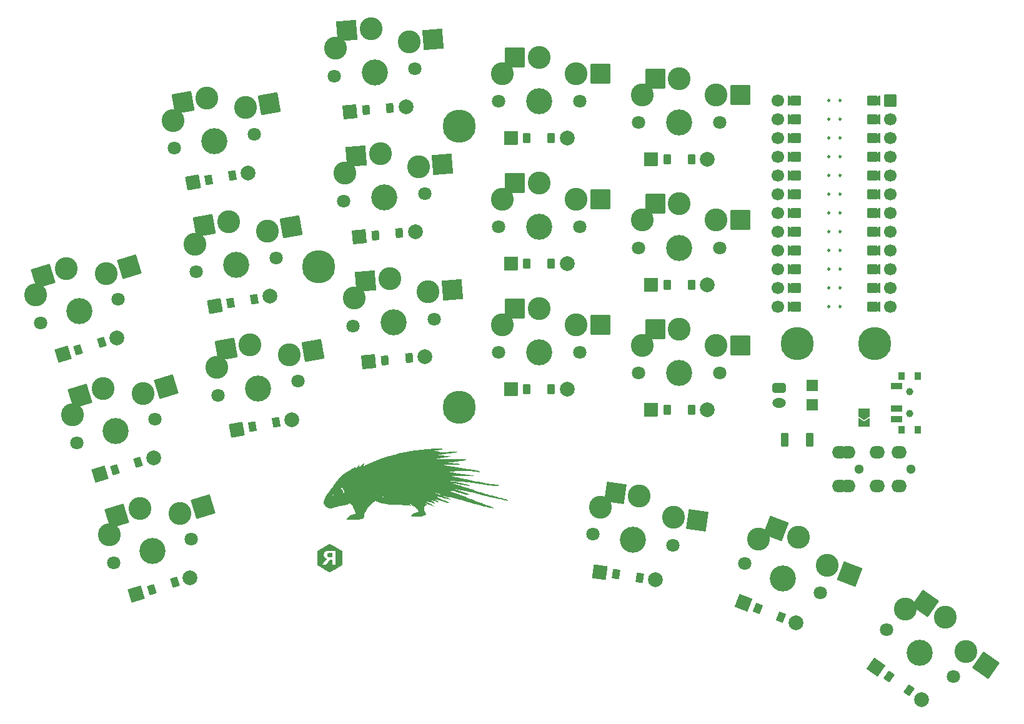
<source format=gbr>
%TF.GenerationSoftware,KiCad,Pcbnew,7.0.5*%
%TF.CreationDate,2024-04-29T22:33:29+02:00*%
%TF.ProjectId,porcupine,706f7263-7570-4696-9e65-2e6b69636164,v0.0.1*%
%TF.SameCoordinates,Original*%
%TF.FileFunction,Soldermask,Bot*%
%TF.FilePolarity,Negative*%
%FSLAX46Y46*%
G04 Gerber Fmt 4.6, Leading zero omitted, Abs format (unit mm)*
G04 Created by KiCad (PCBNEW 7.0.5) date 2024-04-29 22:33:29*
%MOMM*%
%LPD*%
G01*
G04 APERTURE LIST*
G04 Aperture macros list*
%AMRoundRect*
0 Rectangle with rounded corners*
0 $1 Rounding radius*
0 $2 $3 $4 $5 $6 $7 $8 $9 X,Y pos of 4 corners*
0 Add a 4 corners polygon primitive as box body*
4,1,4,$2,$3,$4,$5,$6,$7,$8,$9,$2,$3,0*
0 Add four circle primitives for the rounded corners*
1,1,$1+$1,$2,$3*
1,1,$1+$1,$4,$5*
1,1,$1+$1,$6,$7*
1,1,$1+$1,$8,$9*
0 Add four rect primitives between the rounded corners*
20,1,$1+$1,$2,$3,$4,$5,0*
20,1,$1+$1,$4,$5,$6,$7,0*
20,1,$1+$1,$6,$7,$8,$9,0*
20,1,$1+$1,$8,$9,$2,$3,0*%
%AMFreePoly0*
4,1,16,0.635355,1.035355,0.650000,1.000000,0.650000,-0.250000,0.635355,-0.285355,0.600000,-0.300000,-0.600000,-0.300000,-0.635355,-0.285355,-0.650000,-0.250000,-0.650000,1.000000,-0.635355,1.035355,-0.600000,1.050000,-0.564645,1.035355,0.000000,0.470710,0.564645,1.035355,0.600000,1.050000,0.635355,1.035355,0.635355,1.035355,$1*%
%AMFreePoly1*
4,1,14,0.635355,0.435355,0.650000,0.400000,0.650000,0.200000,0.635355,0.164645,0.035355,-0.435355,0.000000,-0.450000,-0.035355,-0.435355,-0.635355,0.164645,-0.650000,0.200000,-0.650000,0.400000,-0.635355,0.435355,-0.600000,0.450000,0.600000,0.450000,0.635355,0.435355,0.635355,0.435355,$1*%
%AMFreePoly2*
4,1,16,0.535355,0.785355,0.541603,0.777735,1.041603,0.027735,1.049029,-0.009806,1.041603,-0.027735,0.541603,-0.777735,0.509806,-0.799029,0.500000,-0.800000,-0.500000,-0.800000,-0.535355,-0.785355,-0.550000,-0.750000,-0.550000,0.750000,-0.535355,0.785355,-0.500000,0.800000,0.500000,0.800000,0.535355,0.785355,0.535355,0.785355,$1*%
%AMFreePoly3*
4,1,16,0.535355,0.785355,0.550000,0.750000,0.550000,-0.750000,0.535355,-0.785355,0.500000,-0.800000,-0.650000,-0.800000,-0.685355,-0.785355,-0.700000,-0.750000,-0.691603,-0.722265,-0.210093,0.000000,-0.691603,0.722265,-0.699029,0.759806,-0.677735,0.791603,-0.650000,0.800000,0.500000,0.800000,0.535355,0.785355,0.535355,0.785355,$1*%
G04 Aperture macros list end*
%ADD10C,0.250000*%
%ADD11C,0.100000*%
%ADD12C,0.020000*%
%ADD13C,3.529000*%
%ADD14C,1.801800*%
%ADD15C,3.100000*%
%ADD16RoundRect,0.050000X-0.863113X-1.623279X1.623279X-0.863113X0.863113X1.623279X-1.623279X0.863113X0*%
%ADD17RoundRect,0.050000X-1.054507X-1.505993X1.505993X-1.054507X1.054507X1.505993X-1.505993X1.054507X0*%
%ADD18RoundRect,0.050000X-1.181751X-1.408356X1.408356X-1.181751X1.181751X1.408356X-1.408356X1.181751X0*%
%ADD19RoundRect,0.050000X-1.300000X-1.300000X1.300000X-1.300000X1.300000X1.300000X-1.300000X1.300000X0*%
%ADD20RoundRect,0.050000X-1.468274X-1.106423X1.106423X-1.468274X1.468274X1.106423X-1.106423X1.468274X0*%
%ADD21RoundRect,0.050000X-1.679533X-0.747776X0.747776X-1.679533X1.679533X0.747776X-0.747776X1.679533X0*%
%ADD22RoundRect,0.050000X-1.810547X-0.319248X0.319248X-1.810547X1.810547X0.319248X-0.319248X1.810547X0*%
%ADD23RoundRect,0.050000X-0.254914X-0.705350X0.605760X-0.442216X0.254914X0.705350X-0.605760X0.442216X0*%
%ADD24C,2.005000*%
%ADD25RoundRect,0.050000X-0.590236X-1.110073X1.110073X-0.590236X0.590236X1.110073X-1.110073X0.590236X0*%
%ADD26RoundRect,0.050000X-0.338975X-0.669026X0.547352X-0.512743X0.338975X0.669026X-0.547352X0.512743X0*%
%ADD27RoundRect,0.050000X-0.721121X-1.029867X1.029867X-0.721121X0.721121X1.029867X-1.029867X0.721121X0*%
%ADD28RoundRect,0.050000X-0.395994X-0.636937X0.500581X-0.558497X0.395994X0.636937X-0.500581X0.558497X0*%
%ADD29RoundRect,0.050000X-0.808136X-0.963099X0.963099X-0.808136X0.808136X0.963099X-0.963099X0.808136X0*%
%ADD30RoundRect,0.050000X-0.450000X-0.600000X0.450000X-0.600000X0.450000X0.600000X-0.450000X0.600000X0*%
%ADD31RoundRect,0.050000X-0.889000X-0.889000X0.889000X-0.889000X0.889000X0.889000X-0.889000X0.889000X0*%
%ADD32RoundRect,0.050000X-0.529124X-0.531533X0.362117X-0.656789X0.529124X0.531533X-0.362117X0.656789X0*%
%ADD33RoundRect,0.050000X-1.004073X-0.756623X0.756623X-1.004073X1.004073X0.756623X-0.756623X1.004073X0*%
%ADD34RoundRect,0.050000X-0.635132X-0.398883X0.205090X-0.721414X0.635132X0.398883X-0.205090X0.721414X0*%
%ADD35RoundRect,0.050000X-1.148542X-0.511364X0.511364X-1.148542X1.148542X0.511364X-0.511364X1.148542X0*%
%ADD36RoundRect,0.050000X-0.712764X-0.233382X0.024473X-0.749601X0.712764X0.233382X-0.024473X0.749601X0*%
%ADD37RoundRect,0.050000X-1.238136X-0.218317X0.218317X-1.238136X1.238136X0.218317X-0.218317X1.238136X0*%
%ADD38C,1.700000*%
%ADD39RoundRect,0.050000X-0.800000X0.800000X-0.800000X-0.800000X0.800000X-0.800000X0.800000X0.800000X0*%
%ADD40FreePoly0,90.000000*%
%ADD41FreePoly1,90.000000*%
%ADD42FreePoly1,270.000000*%
%ADD43FreePoly0,270.000000*%
%ADD44RoundRect,0.300000X-0.625000X-0.350000X0.625000X-0.350000X0.625000X0.350000X-0.625000X0.350000X0*%
%ADD45O,1.850000X1.300000*%
%ADD46RoundRect,0.050000X-0.750000X-0.750000X0.750000X-0.750000X0.750000X0.750000X-0.750000X0.750000X0*%
%ADD47C,1.300000*%
%ADD48O,2.100000X1.700000*%
%ADD49FreePoly2,270.000000*%
%ADD50FreePoly3,270.000000*%
%ADD51C,1.000000*%
%ADD52RoundRect,0.050000X0.750000X-0.350000X0.750000X0.350000X-0.750000X0.350000X-0.750000X-0.350000X0*%
%ADD53RoundRect,0.050000X0.400000X-0.500000X0.400000X0.500000X-0.400000X0.500000X-0.400000X-0.500000X0*%
%ADD54RoundRect,0.050000X-0.450000X-0.850000X0.450000X-0.850000X0.450000X0.850000X-0.450000X0.850000X0*%
%ADD55C,4.500000*%
G04 APERTURE END LIST*
D10*
%TO.C,MCU1*%
X266774087Y-117653517D02*
G75*
G03*
X266774087Y-117653517I-125000J0D01*
G01*
X268298087Y-117653517D02*
G75*
G03*
X268298087Y-117653517I-125000J0D01*
G01*
X266774087Y-115113517D02*
G75*
G03*
X266774087Y-115113517I-125000J0D01*
G01*
X268298087Y-115113517D02*
G75*
G03*
X268298087Y-115113517I-125000J0D01*
G01*
X266774087Y-112573517D02*
G75*
G03*
X266774087Y-112573517I-125000J0D01*
G01*
X268298087Y-112573517D02*
G75*
G03*
X268298087Y-112573517I-125000J0D01*
G01*
X266774087Y-110033517D02*
G75*
G03*
X266774087Y-110033517I-125000J0D01*
G01*
X268298087Y-110033517D02*
G75*
G03*
X268298087Y-110033517I-125000J0D01*
G01*
X266774087Y-107493517D02*
G75*
G03*
X266774087Y-107493517I-125000J0D01*
G01*
X268298087Y-107493517D02*
G75*
G03*
X268298087Y-107493517I-125000J0D01*
G01*
X266774087Y-104953517D02*
G75*
G03*
X266774087Y-104953517I-125000J0D01*
G01*
X268298087Y-104953517D02*
G75*
G03*
X268298087Y-104953517I-125000J0D01*
G01*
X266774087Y-102413517D02*
G75*
G03*
X266774087Y-102413517I-125000J0D01*
G01*
X268298087Y-102413517D02*
G75*
G03*
X268298087Y-102413517I-125000J0D01*
G01*
X266774087Y-99873517D02*
G75*
G03*
X266774087Y-99873517I-125000J0D01*
G01*
X268298087Y-99873517D02*
G75*
G03*
X268298087Y-99873517I-125000J0D01*
G01*
X266774087Y-97333517D02*
G75*
G03*
X266774087Y-97333517I-125000J0D01*
G01*
X268298087Y-97333517D02*
G75*
G03*
X268298087Y-97333517I-125000J0D01*
G01*
X266774087Y-94793517D02*
G75*
G03*
X266774087Y-94793517I-125000J0D01*
G01*
X268298087Y-94793517D02*
G75*
G03*
X268298087Y-94793517I-125000J0D01*
G01*
X268298087Y-92253517D02*
G75*
G03*
X268298087Y-92253517I-125000J0D01*
G01*
X266774087Y-92253517D02*
G75*
G03*
X266774087Y-92253517I-125000J0D01*
G01*
X266774087Y-89713517D02*
G75*
G03*
X266774087Y-89713517I-125000J0D01*
G01*
X268298087Y-89713517D02*
G75*
G03*
X268298087Y-89713517I-125000J0D01*
G01*
D11*
X273507087Y-118161517D02*
X272491087Y-118161517D01*
X272491087Y-117145517D01*
X273507087Y-117145517D01*
X273507087Y-118161517D01*
G36*
X273507087Y-118161517D02*
G01*
X272491087Y-118161517D01*
X272491087Y-117145517D01*
X273507087Y-117145517D01*
X273507087Y-118161517D01*
G37*
X273507087Y-115621517D02*
X272491087Y-115621517D01*
X272491087Y-114605517D01*
X273507087Y-114605517D01*
X273507087Y-115621517D01*
G36*
X273507087Y-115621517D02*
G01*
X272491087Y-115621517D01*
X272491087Y-114605517D01*
X273507087Y-114605517D01*
X273507087Y-115621517D01*
G37*
X273507087Y-113081517D02*
X272491087Y-113081517D01*
X272491087Y-112065517D01*
X273507087Y-112065517D01*
X273507087Y-113081517D01*
G36*
X273507087Y-113081517D02*
G01*
X272491087Y-113081517D01*
X272491087Y-112065517D01*
X273507087Y-112065517D01*
X273507087Y-113081517D01*
G37*
X273507087Y-110541517D02*
X272491087Y-110541517D01*
X272491087Y-109525517D01*
X273507087Y-109525517D01*
X273507087Y-110541517D01*
G36*
X273507087Y-110541517D02*
G01*
X272491087Y-110541517D01*
X272491087Y-109525517D01*
X273507087Y-109525517D01*
X273507087Y-110541517D01*
G37*
X273507087Y-108001517D02*
X272491087Y-108001517D01*
X272491087Y-106985517D01*
X273507087Y-106985517D01*
X273507087Y-108001517D01*
G36*
X273507087Y-108001517D02*
G01*
X272491087Y-108001517D01*
X272491087Y-106985517D01*
X273507087Y-106985517D01*
X273507087Y-108001517D01*
G37*
X273507087Y-105461517D02*
X272491087Y-105461517D01*
X272491087Y-104445517D01*
X273507087Y-104445517D01*
X273507087Y-105461517D01*
G36*
X273507087Y-105461517D02*
G01*
X272491087Y-105461517D01*
X272491087Y-104445517D01*
X273507087Y-104445517D01*
X273507087Y-105461517D01*
G37*
X273507087Y-102921517D02*
X272491087Y-102921517D01*
X272491087Y-101905517D01*
X273507087Y-101905517D01*
X273507087Y-102921517D01*
G36*
X273507087Y-102921517D02*
G01*
X272491087Y-102921517D01*
X272491087Y-101905517D01*
X273507087Y-101905517D01*
X273507087Y-102921517D01*
G37*
X273507087Y-100381517D02*
X272491087Y-100381517D01*
X272491087Y-99365517D01*
X273507087Y-99365517D01*
X273507087Y-100381517D01*
G36*
X273507087Y-100381517D02*
G01*
X272491087Y-100381517D01*
X272491087Y-99365517D01*
X273507087Y-99365517D01*
X273507087Y-100381517D01*
G37*
X273507087Y-97841517D02*
X272491087Y-97841517D01*
X272491087Y-96825517D01*
X273507087Y-96825517D01*
X273507087Y-97841517D01*
G36*
X273507087Y-97841517D02*
G01*
X272491087Y-97841517D01*
X272491087Y-96825517D01*
X273507087Y-96825517D01*
X273507087Y-97841517D01*
G37*
X273507087Y-95301517D02*
X272491087Y-95301517D01*
X272491087Y-94285517D01*
X273507087Y-94285517D01*
X273507087Y-95301517D01*
G36*
X273507087Y-95301517D02*
G01*
X272491087Y-95301517D01*
X272491087Y-94285517D01*
X273507087Y-94285517D01*
X273507087Y-95301517D01*
G37*
X273507087Y-92761517D02*
X272491087Y-92761517D01*
X272491087Y-91745517D01*
X273507087Y-91745517D01*
X273507087Y-92761517D01*
G36*
X273507087Y-92761517D02*
G01*
X272491087Y-92761517D01*
X272491087Y-91745517D01*
X273507087Y-91745517D01*
X273507087Y-92761517D01*
G37*
X273507087Y-90221517D02*
X272491087Y-90221517D01*
X272491087Y-89205517D01*
X273507087Y-89205517D01*
X273507087Y-90221517D01*
G36*
X273507087Y-90221517D02*
G01*
X272491087Y-90221517D01*
X272491087Y-89205517D01*
X273507087Y-89205517D01*
X273507087Y-90221517D01*
G37*
X262331087Y-118161517D02*
X261315087Y-118161517D01*
X261315087Y-117145517D01*
X262331087Y-117145517D01*
X262331087Y-118161517D01*
G36*
X262331087Y-118161517D02*
G01*
X261315087Y-118161517D01*
X261315087Y-117145517D01*
X262331087Y-117145517D01*
X262331087Y-118161517D01*
G37*
X262331087Y-115621517D02*
X261315087Y-115621517D01*
X261315087Y-114605517D01*
X262331087Y-114605517D01*
X262331087Y-115621517D01*
G36*
X262331087Y-115621517D02*
G01*
X261315087Y-115621517D01*
X261315087Y-114605517D01*
X262331087Y-114605517D01*
X262331087Y-115621517D01*
G37*
X262331087Y-113081517D02*
X261315087Y-113081517D01*
X261315087Y-112065517D01*
X262331087Y-112065517D01*
X262331087Y-113081517D01*
G36*
X262331087Y-113081517D02*
G01*
X261315087Y-113081517D01*
X261315087Y-112065517D01*
X262331087Y-112065517D01*
X262331087Y-113081517D01*
G37*
X262331087Y-110541517D02*
X261315087Y-110541517D01*
X261315087Y-109525517D01*
X262331087Y-109525517D01*
X262331087Y-110541517D01*
G36*
X262331087Y-110541517D02*
G01*
X261315087Y-110541517D01*
X261315087Y-109525517D01*
X262331087Y-109525517D01*
X262331087Y-110541517D01*
G37*
X262331087Y-108001517D02*
X261315087Y-108001517D01*
X261315087Y-106985517D01*
X262331087Y-106985517D01*
X262331087Y-108001517D01*
G36*
X262331087Y-108001517D02*
G01*
X261315087Y-108001517D01*
X261315087Y-106985517D01*
X262331087Y-106985517D01*
X262331087Y-108001517D01*
G37*
X262331087Y-105461517D02*
X261315087Y-105461517D01*
X261315087Y-104445517D01*
X262331087Y-104445517D01*
X262331087Y-105461517D01*
G36*
X262331087Y-105461517D02*
G01*
X261315087Y-105461517D01*
X261315087Y-104445517D01*
X262331087Y-104445517D01*
X262331087Y-105461517D01*
G37*
X262331087Y-102921517D02*
X261315087Y-102921517D01*
X261315087Y-101905517D01*
X262331087Y-101905517D01*
X262331087Y-102921517D01*
G36*
X262331087Y-102921517D02*
G01*
X261315087Y-102921517D01*
X261315087Y-101905517D01*
X262331087Y-101905517D01*
X262331087Y-102921517D01*
G37*
X262331087Y-100381517D02*
X261315087Y-100381517D01*
X261315087Y-99365517D01*
X262331087Y-99365517D01*
X262331087Y-100381517D01*
G36*
X262331087Y-100381517D02*
G01*
X261315087Y-100381517D01*
X261315087Y-99365517D01*
X262331087Y-99365517D01*
X262331087Y-100381517D01*
G37*
X262331087Y-97841517D02*
X261315087Y-97841517D01*
X261315087Y-96825517D01*
X262331087Y-96825517D01*
X262331087Y-97841517D01*
G36*
X262331087Y-97841517D02*
G01*
X261315087Y-97841517D01*
X261315087Y-96825517D01*
X262331087Y-96825517D01*
X262331087Y-97841517D01*
G37*
X262331087Y-95301517D02*
X261315087Y-95301517D01*
X261315087Y-94285517D01*
X262331087Y-94285517D01*
X262331087Y-95301517D01*
G36*
X262331087Y-95301517D02*
G01*
X261315087Y-95301517D01*
X261315087Y-94285517D01*
X262331087Y-94285517D01*
X262331087Y-95301517D01*
G37*
X262331087Y-92761517D02*
X261315087Y-92761517D01*
X261315087Y-91745517D01*
X262331087Y-91745517D01*
X262331087Y-92761517D01*
G36*
X262331087Y-92761517D02*
G01*
X261315087Y-92761517D01*
X261315087Y-91745517D01*
X262331087Y-91745517D01*
X262331087Y-92761517D01*
G37*
X262331087Y-90221517D02*
X261315087Y-90221517D01*
X261315087Y-89205517D01*
X262331087Y-89205517D01*
X262331087Y-90221517D01*
G36*
X262331087Y-90221517D02*
G01*
X261315087Y-90221517D01*
X261315087Y-89205517D01*
X262331087Y-89205517D01*
X262331087Y-90221517D01*
G37*
%TO.C,Side_B*%
D12*
X199825227Y-150291289D02*
X200646329Y-150765445D01*
X200648920Y-151716148D01*
X200651512Y-152666851D01*
X199836988Y-153137129D01*
X199718545Y-153205447D01*
X199604933Y-153270847D01*
X199497407Y-153332614D01*
X199397223Y-153390033D01*
X199305636Y-153442389D01*
X199223901Y-153488967D01*
X199153274Y-153529050D01*
X199095011Y-153561925D01*
X199050367Y-153586876D01*
X199020596Y-153603188D01*
X199006956Y-153610145D01*
X199006357Y-153610342D01*
X198995405Y-153605778D01*
X198968152Y-153591689D01*
X198925851Y-153568784D01*
X198869755Y-153537770D01*
X198801119Y-153499356D01*
X198721195Y-153454249D01*
X198631239Y-153403157D01*
X198532502Y-153346789D01*
X198426241Y-153285852D01*
X198313707Y-153221054D01*
X198196154Y-153153104D01*
X198177449Y-153142267D01*
X197364649Y-152671258D01*
X197364607Y-152654032D01*
X197898049Y-152654032D01*
X197907796Y-152655446D01*
X197935390Y-152656708D01*
X197978358Y-152657773D01*
X198034226Y-152658600D01*
X198100522Y-152659146D01*
X198174772Y-152659367D01*
X198205389Y-152659356D01*
X198512729Y-152658962D01*
X198777607Y-152301216D01*
X199042486Y-151943471D01*
X199166227Y-151940618D01*
X199289969Y-151937765D01*
X199289969Y-152659751D01*
X199787809Y-152659751D01*
X199787809Y-150687476D01*
X199221389Y-150691114D01*
X199099427Y-150691922D01*
X198995981Y-150692701D01*
X198909244Y-150693524D01*
X198837412Y-150694463D01*
X198778679Y-150695592D01*
X198731241Y-150696983D01*
X198693292Y-150698708D01*
X198663027Y-150700841D01*
X198638642Y-150703453D01*
X198618330Y-150706619D01*
X198600288Y-150710409D01*
X198582710Y-150714898D01*
X198574470Y-150717165D01*
X198466519Y-150756239D01*
X198372502Y-150809287D01*
X198293106Y-150875848D01*
X198237452Y-150942960D01*
X198200356Y-151006499D01*
X198175804Y-151074441D01*
X198162492Y-151151599D01*
X198159042Y-151232271D01*
X198165710Y-151338521D01*
X198185803Y-151433142D01*
X198220262Y-151520537D01*
X198220901Y-151521831D01*
X198248798Y-151566253D01*
X198289739Y-151616285D01*
X198339167Y-151667384D01*
X198392524Y-151715005D01*
X198445255Y-151754606D01*
X198469549Y-151769744D01*
X198501996Y-151789455D01*
X198526155Y-151806307D01*
X198537707Y-151817231D01*
X198538129Y-151818528D01*
X198532054Y-151828162D01*
X198514613Y-151852242D01*
X198486981Y-151889230D01*
X198450333Y-151937582D01*
X198405845Y-151995759D01*
X198354691Y-152062220D01*
X198298046Y-152135423D01*
X198237087Y-152213828D01*
X198218089Y-152238190D01*
X198156100Y-152317736D01*
X198098067Y-152392415D01*
X198045163Y-152460703D01*
X197998561Y-152521076D01*
X197959434Y-152572010D01*
X197928954Y-152611982D01*
X197908295Y-152639467D01*
X197898629Y-152652942D01*
X197898049Y-152654032D01*
X197364607Y-152654032D01*
X197362307Y-151718084D01*
X197359966Y-150764911D01*
X197985971Y-150404231D01*
X198095787Y-150340955D01*
X198205280Y-150277860D01*
X198312404Y-150216123D01*
X198415115Y-150156923D01*
X198511366Y-150101441D01*
X198599112Y-150050854D01*
X198676309Y-150006343D01*
X198740910Y-149969085D01*
X198790871Y-149940259D01*
X198808051Y-149930342D01*
X199004126Y-149817134D01*
X199825227Y-150291289D01*
G36*
X199825227Y-150291289D02*
G01*
X200646329Y-150765445D01*
X200648920Y-151716148D01*
X200651512Y-152666851D01*
X199836988Y-153137129D01*
X199718545Y-153205447D01*
X199604933Y-153270847D01*
X199497407Y-153332614D01*
X199397223Y-153390033D01*
X199305636Y-153442389D01*
X199223901Y-153488967D01*
X199153274Y-153529050D01*
X199095011Y-153561925D01*
X199050367Y-153586876D01*
X199020596Y-153603188D01*
X199006956Y-153610145D01*
X199006357Y-153610342D01*
X198995405Y-153605778D01*
X198968152Y-153591689D01*
X198925851Y-153568784D01*
X198869755Y-153537770D01*
X198801119Y-153499356D01*
X198721195Y-153454249D01*
X198631239Y-153403157D01*
X198532502Y-153346789D01*
X198426241Y-153285852D01*
X198313707Y-153221054D01*
X198196154Y-153153104D01*
X198177449Y-153142267D01*
X197364649Y-152671258D01*
X197364607Y-152654032D01*
X197898049Y-152654032D01*
X197907796Y-152655446D01*
X197935390Y-152656708D01*
X197978358Y-152657773D01*
X198034226Y-152658600D01*
X198100522Y-152659146D01*
X198174772Y-152659367D01*
X198205389Y-152659356D01*
X198512729Y-152658962D01*
X198777607Y-152301216D01*
X199042486Y-151943471D01*
X199166227Y-151940618D01*
X199289969Y-151937765D01*
X199289969Y-152659751D01*
X199787809Y-152659751D01*
X199787809Y-150687476D01*
X199221389Y-150691114D01*
X199099427Y-150691922D01*
X198995981Y-150692701D01*
X198909244Y-150693524D01*
X198837412Y-150694463D01*
X198778679Y-150695592D01*
X198731241Y-150696983D01*
X198693292Y-150698708D01*
X198663027Y-150700841D01*
X198638642Y-150703453D01*
X198618330Y-150706619D01*
X198600288Y-150710409D01*
X198582710Y-150714898D01*
X198574470Y-150717165D01*
X198466519Y-150756239D01*
X198372502Y-150809287D01*
X198293106Y-150875848D01*
X198237452Y-150942960D01*
X198200356Y-151006499D01*
X198175804Y-151074441D01*
X198162492Y-151151599D01*
X198159042Y-151232271D01*
X198165710Y-151338521D01*
X198185803Y-151433142D01*
X198220262Y-151520537D01*
X198220901Y-151521831D01*
X198248798Y-151566253D01*
X198289739Y-151616285D01*
X198339167Y-151667384D01*
X198392524Y-151715005D01*
X198445255Y-151754606D01*
X198469549Y-151769744D01*
X198501996Y-151789455D01*
X198526155Y-151806307D01*
X198537707Y-151817231D01*
X198538129Y-151818528D01*
X198532054Y-151828162D01*
X198514613Y-151852242D01*
X198486981Y-151889230D01*
X198450333Y-151937582D01*
X198405845Y-151995759D01*
X198354691Y-152062220D01*
X198298046Y-152135423D01*
X198237087Y-152213828D01*
X198218089Y-152238190D01*
X198156100Y-152317736D01*
X198098067Y-152392415D01*
X198045163Y-152460703D01*
X197998561Y-152521076D01*
X197959434Y-152572010D01*
X197928954Y-152611982D01*
X197908295Y-152639467D01*
X197898629Y-152652942D01*
X197898049Y-152654032D01*
X197364607Y-152654032D01*
X197362307Y-151718084D01*
X197359966Y-150764911D01*
X197985971Y-150404231D01*
X198095787Y-150340955D01*
X198205280Y-150277860D01*
X198312404Y-150216123D01*
X198415115Y-150156923D01*
X198511366Y-150101441D01*
X198599112Y-150050854D01*
X198676309Y-150006343D01*
X198740910Y-149969085D01*
X198790871Y-149940259D01*
X198808051Y-149930342D01*
X199004126Y-149817134D01*
X199825227Y-150291289D01*
G37*
X199147729Y-151046464D02*
X199284889Y-151049391D01*
X199284889Y-151577711D01*
X199147729Y-151579098D01*
X199090306Y-151578997D01*
X199033998Y-151577708D01*
X198985100Y-151575447D01*
X198949907Y-151572430D01*
X198948623Y-151572264D01*
X198866859Y-151554154D01*
X198800070Y-151523112D01*
X198746949Y-151478361D01*
X198713660Y-151432586D01*
X198699395Y-151405783D01*
X198690918Y-151380884D01*
X198686779Y-151350970D01*
X198685525Y-151309122D01*
X198685493Y-151298311D01*
X198686403Y-151252135D01*
X198690067Y-151219416D01*
X198697804Y-151193340D01*
X198710849Y-151167244D01*
X198738843Y-151129519D01*
X198776585Y-151099439D01*
X198825794Y-151076528D01*
X198888189Y-151060310D01*
X198965492Y-151050311D01*
X199059421Y-151046054D01*
X199147729Y-151046464D01*
G36*
X199147729Y-151046464D02*
G01*
X199284889Y-151049391D01*
X199284889Y-151577711D01*
X199147729Y-151579098D01*
X199090306Y-151578997D01*
X199033998Y-151577708D01*
X198985100Y-151575447D01*
X198949907Y-151572430D01*
X198948623Y-151572264D01*
X198866859Y-151554154D01*
X198800070Y-151523112D01*
X198746949Y-151478361D01*
X198713660Y-151432586D01*
X198699395Y-151405783D01*
X198690918Y-151380884D01*
X198686779Y-151350970D01*
X198685525Y-151309122D01*
X198685493Y-151298311D01*
X198686403Y-151252135D01*
X198690067Y-151219416D01*
X198697804Y-151193340D01*
X198710849Y-151167244D01*
X198738843Y-151129519D01*
X198776585Y-151099439D01*
X198825794Y-151076528D01*
X198888189Y-151060310D01*
X198965492Y-151050311D01*
X199059421Y-151046054D01*
X199147729Y-151046464D01*
G37*
%TO.C,LOGO_B*%
G36*
X213992597Y-136880251D02*
G01*
X214001615Y-136880588D01*
X214145604Y-136889691D01*
X214231472Y-136904355D01*
X214273644Y-136928297D01*
X214285103Y-136953632D01*
X214275408Y-136993224D01*
X214225066Y-137027334D01*
X214126809Y-137057993D01*
X213973368Y-137087231D01*
X213757474Y-137117081D01*
X213657286Y-137129036D01*
X213503553Y-137147880D01*
X213379291Y-137165131D01*
X213300486Y-137178452D01*
X213281076Y-137184015D01*
X213296392Y-137199508D01*
X213372388Y-137219963D01*
X213513171Y-137246298D01*
X213675233Y-137272223D01*
X213797288Y-137295822D01*
X213886750Y-137322414D01*
X213923186Y-137345127D01*
X213964703Y-137362777D01*
X214069394Y-137374587D01*
X214228116Y-137380798D01*
X214431726Y-137381652D01*
X214671082Y-137377390D01*
X214937039Y-137368252D01*
X215220457Y-137354480D01*
X215512192Y-137336316D01*
X215803101Y-137314000D01*
X216079357Y-137288254D01*
X216210550Y-137277032D01*
X216285028Y-137278490D01*
X216317863Y-137294653D01*
X216324286Y-137321161D01*
X216288028Y-137370687D01*
X216179248Y-137418719D01*
X215997939Y-137465262D01*
X215744093Y-137510315D01*
X215417704Y-137553881D01*
X215165097Y-137581561D01*
X214918482Y-137609248D01*
X214641444Y-137644369D01*
X214368974Y-137682285D01*
X214149097Y-137716198D01*
X213955298Y-137748515D01*
X213826397Y-137771623D01*
X213755645Y-137787855D01*
X213736294Y-137799544D01*
X213761594Y-137809022D01*
X213824795Y-137818623D01*
X213845168Y-137821244D01*
X213943549Y-137830587D01*
X214098256Y-137841475D01*
X214293085Y-137852939D01*
X214511835Y-137864008D01*
X214689262Y-137871769D01*
X214967403Y-137886251D01*
X215174651Y-137904029D01*
X215310778Y-137924750D01*
X215375558Y-137948064D01*
X215368762Y-137973618D01*
X215290163Y-138001061D01*
X215139533Y-138030042D01*
X214916645Y-138060208D01*
X214818429Y-138071317D01*
X214620462Y-138096779D01*
X214416245Y-138129671D01*
X214236390Y-138164793D01*
X214156882Y-138183718D01*
X213991055Y-138219508D01*
X213818005Y-138244491D01*
X213688191Y-138252857D01*
X213580771Y-138255849D01*
X213513666Y-138263603D01*
X213501041Y-138271992D01*
X213543100Y-138281819D01*
X213641278Y-138293464D01*
X213779184Y-138305781D01*
X213940423Y-138317624D01*
X214108605Y-138327846D01*
X214267338Y-138335302D01*
X214400229Y-138338846D01*
X214455572Y-138338727D01*
X214526320Y-138337889D01*
X214659857Y-138336790D01*
X214846401Y-138335492D01*
X215076169Y-138334057D01*
X215339379Y-138332548D01*
X215626250Y-138331027D01*
X215816286Y-138330082D01*
X216237032Y-138328963D01*
X216589952Y-138330181D01*
X216879765Y-138333979D01*
X217111185Y-138340601D01*
X217288930Y-138350289D01*
X217417715Y-138363286D01*
X217502258Y-138379834D01*
X217547273Y-138400177D01*
X217558000Y-138419749D01*
X217526572Y-138461186D01*
X217430644Y-138499407D01*
X217267754Y-138535061D01*
X217035439Y-138568799D01*
X216959286Y-138577801D01*
X216768140Y-138600317D01*
X216562894Y-138625755D01*
X216383561Y-138649138D01*
X216360572Y-138652270D01*
X216192906Y-138673868D01*
X215990409Y-138697889D01*
X215790500Y-138719934D01*
X215743715Y-138724784D01*
X215570571Y-138743564D01*
X215404385Y-138763524D01*
X215272417Y-138781321D01*
X215235715Y-138787021D01*
X215072429Y-138814118D01*
X215308286Y-138836666D01*
X215436832Y-138848857D01*
X215614577Y-138865584D01*
X215818457Y-138884681D01*
X216025410Y-138903985D01*
X216034000Y-138904784D01*
X216283183Y-138931116D01*
X216463631Y-138957755D01*
X216579176Y-138985656D01*
X216633653Y-139015776D01*
X216630894Y-139049069D01*
X216627475Y-139052754D01*
X216584925Y-139061082D01*
X216478568Y-139070325D01*
X216317152Y-139080055D01*
X216109430Y-139089843D01*
X215864151Y-139099261D01*
X215590066Y-139107880D01*
X215398936Y-139112892D01*
X215121141Y-139120037D01*
X214875579Y-139127183D01*
X214669233Y-139134061D01*
X214509082Y-139140400D01*
X214402110Y-139145931D01*
X214355296Y-139150382D01*
X214364857Y-139152919D01*
X214447197Y-139161738D01*
X214590436Y-139180549D01*
X214783842Y-139207705D01*
X215016684Y-139241556D01*
X215278229Y-139280454D01*
X215557745Y-139322753D01*
X215844500Y-139366802D01*
X216127762Y-139410955D01*
X216396798Y-139453562D01*
X216640877Y-139492976D01*
X216849267Y-139527548D01*
X217011234Y-139555631D01*
X217113672Y-139575076D01*
X217242281Y-139598313D01*
X217421242Y-139625751D01*
X217628708Y-139654260D01*
X217842831Y-139680712D01*
X217884572Y-139685485D01*
X218083609Y-139709092D01*
X218267046Y-139733017D01*
X218417820Y-139754883D01*
X218518869Y-139772311D01*
X218537715Y-139776512D01*
X218646184Y-139798564D01*
X218788488Y-139821113D01*
X218882429Y-139833214D01*
X219048049Y-139862402D01*
X219198572Y-139907150D01*
X219318535Y-139960968D01*
X219392473Y-140017360D01*
X219408572Y-140054136D01*
X219391022Y-140093280D01*
X219327467Y-140094069D01*
X219308786Y-140090361D01*
X219179617Y-140068828D01*
X218992688Y-140046112D01*
X218762776Y-140023318D01*
X218504656Y-140001549D01*
X218233105Y-139981912D01*
X217962898Y-139965509D01*
X217708812Y-139953447D01*
X217485622Y-139946829D01*
X217376572Y-139945919D01*
X217130093Y-139947851D01*
X216866613Y-139952204D01*
X216595828Y-139958584D01*
X216327434Y-139966602D01*
X216071129Y-139975867D01*
X215836607Y-139985987D01*
X215633567Y-139996571D01*
X215471704Y-140007228D01*
X215360715Y-140017568D01*
X215310297Y-140027198D01*
X215308286Y-140029331D01*
X215341625Y-140048551D01*
X215432176Y-140077353D01*
X215565735Y-140112402D01*
X215728101Y-140150365D01*
X215905072Y-140187908D01*
X216082447Y-140221696D01*
X216233572Y-140246567D01*
X216567187Y-140294716D01*
X216911812Y-140342018D01*
X217249161Y-140386115D01*
X217560947Y-140424648D01*
X217828883Y-140455259D01*
X217944900Y-140467271D01*
X218177069Y-140492137D01*
X218345367Y-140515539D01*
X218458411Y-140539541D01*
X218524815Y-140566207D01*
X218553196Y-140597601D01*
X218555857Y-140613642D01*
X218543606Y-140635998D01*
X218499507Y-140649941D01*
X218412545Y-140656534D01*
X218271706Y-140656843D01*
X218138572Y-140653981D01*
X217911667Y-140645666D01*
X217654005Y-140632692D01*
X217407073Y-140617266D01*
X217304000Y-140609595D01*
X217138180Y-140598939D01*
X216942956Y-140590530D01*
X216728797Y-140584358D01*
X216506174Y-140580414D01*
X216285556Y-140578688D01*
X216077413Y-140579170D01*
X215892215Y-140581851D01*
X215740432Y-140586721D01*
X215632533Y-140593772D01*
X215578988Y-140602992D01*
X215580429Y-140611170D01*
X215642962Y-140630432D01*
X215766545Y-140662096D01*
X215941163Y-140703858D01*
X216156799Y-140753411D01*
X216403440Y-140808451D01*
X216671069Y-140866673D01*
X216923000Y-140920181D01*
X217110990Y-140960496D01*
X217348878Y-141012806D01*
X217615929Y-141072459D01*
X217891405Y-141134805D01*
X218154568Y-141195191D01*
X218301857Y-141229467D01*
X218458175Y-141263545D01*
X218658329Y-141303543D01*
X218874475Y-141344046D01*
X219045715Y-141374108D01*
X219267958Y-141412420D01*
X219510809Y-141455513D01*
X219740478Y-141497335D01*
X219880286Y-141523566D01*
X220072519Y-141558620D01*
X220298364Y-141597074D01*
X220545416Y-141637096D01*
X220801270Y-141676853D01*
X221053522Y-141714509D01*
X221289767Y-141748234D01*
X221497600Y-141776192D01*
X221664616Y-141796550D01*
X221778411Y-141807476D01*
X221810359Y-141808831D01*
X221921774Y-141821567D01*
X221968803Y-141853509D01*
X221953791Y-141895343D01*
X221879083Y-141937751D01*
X221770469Y-141967279D01*
X221692316Y-141970813D01*
X221555693Y-141965450D01*
X221373973Y-141952573D01*
X221160524Y-141933565D01*
X220928717Y-141909809D01*
X220691923Y-141882690D01*
X220463511Y-141853590D01*
X220256853Y-141823893D01*
X220085319Y-141794983D01*
X220061714Y-141790462D01*
X219913051Y-141764363D01*
X219719244Y-141734546D01*
X219507312Y-141704997D01*
X219336000Y-141683412D01*
X219119253Y-141655228D01*
X218863047Y-141618091D01*
X218599179Y-141576799D01*
X218359447Y-141536151D01*
X218356286Y-141535587D01*
X217967340Y-141477670D01*
X217529710Y-141433111D01*
X217140715Y-141407749D01*
X216903516Y-141394914D01*
X216672084Y-141380227D01*
X216463734Y-141364944D01*
X216295779Y-141350321D01*
X216197286Y-141339292D01*
X216066258Y-141325346D01*
X215884347Y-141311299D01*
X215673227Y-141298579D01*
X215454570Y-141288616D01*
X215399000Y-141286648D01*
X215216785Y-141281808D01*
X215105806Y-141281553D01*
X215064888Y-141285640D01*
X215092855Y-141293826D01*
X215188532Y-141305866D01*
X215350746Y-141321518D01*
X215578320Y-141340538D01*
X215707429Y-141350565D01*
X215866753Y-141363881D01*
X216003836Y-141379212D01*
X216134531Y-141399758D01*
X216274695Y-141428717D01*
X216440181Y-141469290D01*
X216646844Y-141524676D01*
X216850429Y-141581226D01*
X217071858Y-141641898D01*
X217294280Y-141700547D01*
X217497336Y-141751957D01*
X217660666Y-141790916D01*
X217718270Y-141803514D01*
X217853868Y-141836621D01*
X217959114Y-141871517D01*
X218015926Y-141901915D01*
X218020651Y-141908642D01*
X218000595Y-141940488D01*
X217917802Y-141953941D01*
X217779567Y-141949638D01*
X217593187Y-141928213D01*
X217365957Y-141890304D01*
X217105172Y-141836547D01*
X217050000Y-141824034D01*
X216820283Y-141773811D01*
X216582023Y-141726335D01*
X216347335Y-141683542D01*
X216128333Y-141647370D01*
X215937133Y-141619757D01*
X215785848Y-141602640D01*
X215686594Y-141597956D01*
X215658310Y-141601468D01*
X215670601Y-141615556D01*
X215739901Y-141640758D01*
X215852410Y-141672289D01*
X215889003Y-141681413D01*
X216089694Y-141732051D01*
X216295601Y-141788021D01*
X216516560Y-141852389D01*
X216762407Y-141928216D01*
X217042977Y-142018568D01*
X217368107Y-142126505D01*
X217747634Y-142255094D01*
X217916287Y-142312794D01*
X218214747Y-142414159D01*
X218522062Y-142516787D01*
X218823020Y-142615723D01*
X219102411Y-142706010D01*
X219345025Y-142782695D01*
X219535652Y-142840820D01*
X219549144Y-142844797D01*
X219769021Y-142909575D01*
X219990729Y-142975236D01*
X220193324Y-143035553D01*
X220355864Y-143084304D01*
X220406429Y-143099613D01*
X220591372Y-143151355D01*
X220796411Y-143201916D01*
X220975879Y-143240091D01*
X221107749Y-143269087D01*
X221289563Y-143315058D01*
X221502148Y-143372858D01*
X221726331Y-143437341D01*
X221854767Y-143475976D01*
X222078219Y-143543115D01*
X222302383Y-143608186D01*
X222507667Y-143665655D01*
X222674480Y-143709993D01*
X222744760Y-143727251D01*
X222942818Y-143781640D01*
X223093389Y-143840177D01*
X223188061Y-143898900D01*
X223218572Y-143950550D01*
X223214952Y-143967260D01*
X223199524Y-143977828D01*
X223165434Y-143981035D01*
X223105831Y-143975661D01*
X223013861Y-143960489D01*
X222882672Y-143934300D01*
X222705410Y-143895875D01*
X222475222Y-143843995D01*
X222185257Y-143777441D01*
X221984857Y-143731144D01*
X221779625Y-143683869D01*
X221593501Y-143641363D01*
X221440420Y-143606780D01*
X221334318Y-143583274D01*
X221295429Y-143575094D01*
X221198387Y-143554287D01*
X221040365Y-143517582D01*
X220819841Y-143464606D01*
X220535298Y-143394987D01*
X220185214Y-143308354D01*
X219768070Y-143204334D01*
X219282347Y-143082554D01*
X219227143Y-143068681D01*
X218918058Y-142991852D01*
X218610894Y-142917088D01*
X218317956Y-142847269D01*
X218051549Y-142785275D01*
X217823980Y-142733986D01*
X217647553Y-142696282D01*
X217576143Y-142682262D01*
X217367134Y-142642681D01*
X217118001Y-142594338D01*
X216859665Y-142543290D01*
X216623044Y-142495594D01*
X216618364Y-142494638D01*
X216433701Y-142457837D01*
X216276027Y-142428194D01*
X216158121Y-142407970D01*
X216092764Y-142399431D01*
X216083924Y-142399981D01*
X216108024Y-142419668D01*
X216193234Y-142458499D01*
X216331541Y-142513500D01*
X216514937Y-142581699D01*
X216735411Y-142660121D01*
X216984953Y-142745793D01*
X217255551Y-142835742D01*
X217274617Y-142841972D01*
X217532735Y-142928769D01*
X217724439Y-142999500D01*
X217853587Y-143056214D01*
X217924040Y-143100961D01*
X217939657Y-143135789D01*
X217904297Y-143162748D01*
X217888965Y-143168177D01*
X217813495Y-143171110D01*
X217680057Y-143154408D01*
X217499807Y-143120535D01*
X217283899Y-143071960D01*
X217043490Y-143011148D01*
X216789735Y-142940565D01*
X216596429Y-142882406D01*
X216324017Y-142798782D01*
X216109796Y-142736104D01*
X215943304Y-142691802D01*
X215814076Y-142663303D01*
X215711650Y-142648036D01*
X215625563Y-142643429D01*
X215624204Y-142643428D01*
X215496766Y-142630507D01*
X215384420Y-142602947D01*
X215301972Y-142579756D01*
X215254628Y-142576812D01*
X215252669Y-142578092D01*
X215279874Y-142596153D01*
X215368847Y-142637208D01*
X215513394Y-142698795D01*
X215707322Y-142778455D01*
X215944438Y-142873725D01*
X216218549Y-142982145D01*
X216523463Y-143101254D01*
X216852985Y-143228589D01*
X217200924Y-143361691D01*
X217561085Y-143498097D01*
X217685000Y-143544707D01*
X217899370Y-143626312D01*
X218110682Y-143708733D01*
X218300692Y-143784715D01*
X218451155Y-143847006D01*
X218511840Y-143873430D01*
X218637681Y-143926251D01*
X218811837Y-143994236D01*
X219013773Y-144069608D01*
X219222954Y-144144588D01*
X219280943Y-144164770D01*
X219476051Y-144233653D01*
X219657862Y-144300543D01*
X219810022Y-144359231D01*
X219916180Y-144403511D01*
X219941817Y-144415655D01*
X220032952Y-144455998D01*
X220172536Y-144510674D01*
X220339920Y-144571832D01*
X220479000Y-144619828D01*
X220741437Y-144708385D01*
X220942316Y-144777648D01*
X221089142Y-144830604D01*
X221189424Y-144870239D01*
X221250669Y-144899541D01*
X221280384Y-144921497D01*
X221286078Y-144939092D01*
X221285615Y-144940727D01*
X221237437Y-144979839D01*
X221127399Y-144991408D01*
X220954407Y-144975297D01*
X220717367Y-144931367D01*
X220415185Y-144859479D01*
X220206857Y-144804158D01*
X219954007Y-144735448D01*
X219690266Y-144664659D01*
X219436594Y-144597356D01*
X219213953Y-144539105D01*
X219063857Y-144500639D01*
X218865041Y-144449484D01*
X218663154Y-144395827D01*
X218484370Y-144346712D01*
X218374429Y-144315087D01*
X218221906Y-144269757D01*
X218081809Y-144228533D01*
X217940888Y-144187624D01*
X217785891Y-144143243D01*
X217603567Y-144091598D01*
X217380664Y-144028902D01*
X217103932Y-143951364D01*
X217036406Y-143932468D01*
X216818029Y-143870897D01*
X216623300Y-143815099D01*
X216463108Y-143768268D01*
X216348341Y-143733595D01*
X216289888Y-143714275D01*
X216285332Y-143712208D01*
X216230224Y-143692982D01*
X216120017Y-143664878D01*
X215971133Y-143631309D01*
X215799997Y-143595690D01*
X215623031Y-143561434D01*
X215456659Y-143531957D01*
X215317304Y-143510671D01*
X215313282Y-143510138D01*
X215076941Y-143472019D01*
X214836329Y-143417403D01*
X214561015Y-143339360D01*
X214553943Y-143337207D01*
X214459659Y-143304517D01*
X214316394Y-143250165D01*
X214141788Y-143181274D01*
X213953479Y-143104966D01*
X213769105Y-143028365D01*
X213606305Y-142958594D01*
X213512143Y-142916492D01*
X213390306Y-142865944D01*
X213270082Y-142824901D01*
X213169561Y-142798438D01*
X213106834Y-142791631D01*
X213094857Y-142799407D01*
X213126149Y-142819213D01*
X213208138Y-142855097D01*
X213321643Y-142898755D01*
X213454673Y-142949447D01*
X213572378Y-142997995D01*
X213639143Y-143028892D01*
X213715223Y-143064138D01*
X213843968Y-143119115D01*
X214010226Y-143187726D01*
X214198842Y-143263875D01*
X214394662Y-143341466D01*
X214582531Y-143414403D01*
X214747296Y-143476590D01*
X214800286Y-143495986D01*
X215045854Y-143588492D01*
X215225237Y-143664286D01*
X215337161Y-143722773D01*
X215380353Y-143763359D01*
X215380857Y-143766996D01*
X215351300Y-143799863D01*
X215323667Y-143804571D01*
X215277469Y-143796009D01*
X215173073Y-143772329D01*
X215022553Y-143736543D01*
X214837983Y-143691660D01*
X214631434Y-143640692D01*
X214414981Y-143586648D01*
X214200697Y-143532540D01*
X214000656Y-143481377D01*
X213826929Y-143436171D01*
X213691592Y-143399932D01*
X213621285Y-143380075D01*
X213572096Y-143370255D01*
X213580914Y-143396250D01*
X213601055Y-143421399D01*
X213656556Y-143480136D01*
X213727230Y-143537340D01*
X213820400Y-143596527D01*
X213943389Y-143661214D01*
X214103519Y-143734916D01*
X214308116Y-143821151D01*
X214564501Y-143923434D01*
X214879999Y-144045281D01*
X214979032Y-144083042D01*
X215142536Y-144151584D01*
X215235707Y-144206330D01*
X215259308Y-144248037D01*
X215214101Y-144277461D01*
X215182873Y-144284863D01*
X215082233Y-144283343D01*
X214918946Y-144253375D01*
X214696726Y-144195892D01*
X214419284Y-144111825D01*
X214183429Y-144034007D01*
X213867359Y-143928678D01*
X213614490Y-143848625D01*
X213425482Y-143793972D01*
X213300995Y-143764846D01*
X213241692Y-143761373D01*
X213248231Y-143783679D01*
X213321275Y-143831889D01*
X213430237Y-143890319D01*
X213570865Y-143961503D01*
X213689734Y-144020492D01*
X213770310Y-144059140D01*
X213793094Y-144069067D01*
X213818421Y-144098955D01*
X213800965Y-144126256D01*
X213731201Y-144148629D01*
X213655823Y-144134247D01*
X213481055Y-144082006D01*
X213293480Y-144026956D01*
X213106472Y-143972899D01*
X212933403Y-143923638D01*
X212787648Y-143882972D01*
X212682579Y-143854703D01*
X212631570Y-143842634D01*
X212629313Y-143842460D01*
X212626502Y-143847809D01*
X212649222Y-143865260D01*
X212705411Y-143899478D01*
X212803006Y-143955129D01*
X212949945Y-144036879D01*
X213113000Y-144126759D01*
X213232006Y-144198112D01*
X213321147Y-144262791D01*
X213364947Y-144309220D01*
X213367000Y-144316732D01*
X213363612Y-144340970D01*
X213347178Y-144354621D01*
X213308290Y-144356012D01*
X213237544Y-144343470D01*
X213125534Y-144315323D01*
X212962853Y-144269898D01*
X212740096Y-144205521D01*
X212737590Y-144204793D01*
X212554754Y-144152891D01*
X212397905Y-144110753D01*
X212279549Y-144081552D01*
X212212191Y-144068460D01*
X212201638Y-144068838D01*
X212220368Y-144097967D01*
X212301163Y-144157565D01*
X212441122Y-144245760D01*
X212637344Y-144360679D01*
X212768286Y-144434647D01*
X212909746Y-144515020D01*
X213033382Y-144587606D01*
X213121068Y-144641656D01*
X213146637Y-144659014D01*
X213199631Y-144708584D01*
X213191486Y-144730261D01*
X213128038Y-144724092D01*
X213015126Y-144690124D01*
X212928237Y-144657288D01*
X212780627Y-144599897D01*
X212636403Y-144546536D01*
X212535625Y-144511710D01*
X212429921Y-144475435D01*
X212284792Y-144422858D01*
X212128362Y-144364205D01*
X212098997Y-144352955D01*
X211953837Y-144299591D01*
X211853810Y-144267426D01*
X211803807Y-144256663D01*
X211808718Y-144267502D01*
X211873434Y-144300145D01*
X211986839Y-144348327D01*
X212093696Y-144398050D01*
X212166527Y-144444093D01*
X212187650Y-144471000D01*
X212159244Y-144512020D01*
X212086428Y-144572935D01*
X212024192Y-144615369D01*
X211916686Y-144698358D01*
X211849388Y-144780870D01*
X211838352Y-144808028D01*
X211826895Y-144977188D01*
X211863844Y-145181498D01*
X211946034Y-145405049D01*
X211965111Y-145445535D01*
X212042052Y-145625739D01*
X212070214Y-145760449D01*
X212047235Y-145859959D01*
X211970753Y-145934560D01*
X211839177Y-145994279D01*
X211651990Y-146048069D01*
X211439502Y-146090098D01*
X211212792Y-146120276D01*
X210982939Y-146138513D01*
X210761023Y-146144717D01*
X210558121Y-146138800D01*
X210385314Y-146120672D01*
X210253681Y-146090241D01*
X210174301Y-146047417D01*
X210155714Y-146007973D01*
X210133664Y-146001066D01*
X210083143Y-146036142D01*
X210027585Y-146077115D01*
X210010452Y-146069524D01*
X210028076Y-146023922D01*
X210076790Y-145950863D01*
X210138636Y-145876457D01*
X210320969Y-145721906D01*
X210551712Y-145611375D01*
X210791995Y-145549119D01*
X210920349Y-145516395D01*
X211026953Y-145473462D01*
X211074757Y-145441655D01*
X211107778Y-145403595D01*
X211113123Y-145368137D01*
X211083945Y-145319631D01*
X211013397Y-145242431D01*
X210966591Y-145194426D01*
X210707332Y-144955367D01*
X210454595Y-144776288D01*
X210337143Y-144711410D01*
X210240980Y-144650305D01*
X210114108Y-144552529D01*
X209976095Y-144433745D01*
X209892643Y-144355575D01*
X209779308Y-144247891D01*
X209750346Y-144221857D01*
X211716000Y-144221857D01*
X211734143Y-144239999D01*
X211752286Y-144221857D01*
X211734143Y-144203714D01*
X211716000Y-144221857D01*
X209750346Y-144221857D01*
X209709979Y-144185571D01*
X211643429Y-144185571D01*
X211661572Y-144203714D01*
X211679714Y-144185571D01*
X211661572Y-144167428D01*
X211643429Y-144185571D01*
X209709979Y-144185571D01*
X209687825Y-144165657D01*
X209628610Y-144117926D01*
X209611429Y-144111141D01*
X209635372Y-144146976D01*
X209700500Y-144222928D01*
X209796756Y-144327722D01*
X209909532Y-144445419D01*
X210033355Y-144573361D01*
X210110219Y-144656784D01*
X210144583Y-144702388D01*
X210140900Y-144716871D01*
X210103627Y-144706934D01*
X210076125Y-144695881D01*
X209980214Y-144659056D01*
X209880853Y-144629250D01*
X209769082Y-144605664D01*
X209635944Y-144587498D01*
X209472477Y-144573952D01*
X209269724Y-144564227D01*
X209018724Y-144557523D01*
X208710519Y-144553039D01*
X208450286Y-144550753D01*
X208123723Y-144546980D01*
X207820109Y-144540769D01*
X207549421Y-144532483D01*
X207321635Y-144522487D01*
X207146729Y-144511144D01*
X207036751Y-144499154D01*
X206868145Y-144468057D01*
X206649432Y-144421770D01*
X206400283Y-144365033D01*
X206140373Y-144302585D01*
X205889376Y-144239163D01*
X205666964Y-144179507D01*
X205492812Y-144128354D01*
X205479097Y-144123982D01*
X205283846Y-144061143D01*
X211407572Y-144061143D01*
X211408059Y-144075863D01*
X211459284Y-144111438D01*
X211462000Y-144112999D01*
X211540130Y-144150998D01*
X211589000Y-144164856D01*
X211588513Y-144150136D01*
X211537287Y-144114561D01*
X211534572Y-144112999D01*
X211456442Y-144075001D01*
X211407572Y-144061143D01*
X205283846Y-144061143D01*
X205247480Y-144049439D01*
X205442812Y-143927894D01*
X205564500Y-143858773D01*
X205726444Y-143775677D01*
X205901750Y-143692153D01*
X205982857Y-143655840D01*
X206166438Y-143574142D01*
X206286815Y-143515856D01*
X206348187Y-143477498D01*
X206354755Y-143455583D01*
X206310718Y-143446630D01*
X206235043Y-143446655D01*
X206157311Y-143452343D01*
X206136738Y-143461423D01*
X206155081Y-143467304D01*
X206173311Y-143481768D01*
X206144794Y-143512202D01*
X206064066Y-143562169D01*
X205925667Y-143635234D01*
X205806707Y-143694580D01*
X205526626Y-143838557D01*
X205254426Y-143989865D01*
X205004856Y-144139649D01*
X204792662Y-144279059D01*
X204632594Y-144399242D01*
X204632271Y-144399512D01*
X204461323Y-144570053D01*
X204285890Y-144794161D01*
X204116103Y-145054314D01*
X203962092Y-145332995D01*
X203833986Y-145612684D01*
X203741917Y-145875862D01*
X203714382Y-145986911D01*
X203684635Y-146125627D01*
X203658209Y-146242037D01*
X203640401Y-146312888D01*
X203639306Y-146316547D01*
X203620651Y-146348457D01*
X203579465Y-146376481D01*
X203505507Y-146403799D01*
X203388536Y-146433592D01*
X203218313Y-146469042D01*
X203037198Y-146503557D01*
X202881885Y-146525185D01*
X202685033Y-146541769D01*
X202462853Y-146553096D01*
X202231554Y-146558956D01*
X202007347Y-146559138D01*
X201806443Y-146553432D01*
X201645050Y-146541626D01*
X201539380Y-146523510D01*
X201537857Y-146523055D01*
X201446813Y-146504611D01*
X201383643Y-146506892D01*
X201339028Y-146508667D01*
X201341761Y-146467566D01*
X201387448Y-146391598D01*
X201471691Y-146288769D01*
X201546929Y-146209424D01*
X201698817Y-146075007D01*
X201863387Y-145970359D01*
X202059133Y-145886233D01*
X202304549Y-145813380D01*
X202372429Y-145796657D01*
X202477343Y-145770522D01*
X202548039Y-145750914D01*
X202564741Y-145744739D01*
X202560409Y-145706597D01*
X202533349Y-145614655D01*
X202488437Y-145482233D01*
X202430544Y-145322648D01*
X202364545Y-145149220D01*
X202295312Y-144975267D01*
X202227720Y-144814107D01*
X202206667Y-144766142D01*
X202158027Y-144686093D01*
X202075219Y-144577069D01*
X201975351Y-144461448D01*
X201965973Y-144451336D01*
X201874641Y-144349199D01*
X201806812Y-144265151D01*
X201774754Y-144214606D01*
X201773714Y-144209790D01*
X201787808Y-144161426D01*
X201825017Y-144066535D01*
X201877739Y-143944337D01*
X201886043Y-143925882D01*
X201963132Y-143753840D01*
X202012954Y-143637119D01*
X202039060Y-143565337D01*
X202045001Y-143528113D01*
X202034329Y-143515065D01*
X202026816Y-143514285D01*
X201992716Y-143542152D01*
X201991429Y-143552295D01*
X201976711Y-143598675D01*
X201936773Y-143695642D01*
X201877937Y-143828422D01*
X201815556Y-143963153D01*
X201738976Y-144121675D01*
X201669563Y-144247082D01*
X201597347Y-144345112D01*
X201512362Y-144421502D01*
X201404638Y-144481988D01*
X201264208Y-144532307D01*
X201081102Y-144578197D01*
X200845352Y-144625394D01*
X200581306Y-144673484D01*
X200344956Y-144718939D01*
X200100729Y-144771178D01*
X199871678Y-144824931D01*
X199680852Y-144874925D01*
X199613483Y-144894825D01*
X199427036Y-144949416D01*
X199286961Y-144980555D01*
X199172229Y-144991695D01*
X199061813Y-144986292D01*
X199058680Y-144985947D01*
X198826670Y-144940839D01*
X198657448Y-144863522D01*
X198557870Y-144767364D01*
X198496177Y-144684881D01*
X198410092Y-144576225D01*
X198349405Y-144502358D01*
X198271217Y-144403910D01*
X198231435Y-144329381D01*
X198220129Y-144248554D01*
X198227370Y-144131216D01*
X198227386Y-144131038D01*
X198272774Y-143901327D01*
X198363475Y-143653906D01*
X198446969Y-143496206D01*
X205715417Y-143496206D01*
X205756628Y-143501677D01*
X205837714Y-143503412D01*
X205927296Y-143501162D01*
X205960871Y-143495304D01*
X205937500Y-143488295D01*
X205820294Y-143482221D01*
X205737929Y-143488295D01*
X205715417Y-143496206D01*
X198446969Y-143496206D01*
X198488792Y-143417213D01*
X198505878Y-143390531D01*
X198574842Y-143283803D01*
X198586255Y-143265909D01*
X199378857Y-143265909D01*
X199389132Y-143292396D01*
X199430090Y-143286527D01*
X199516932Y-143245785D01*
X199524726Y-143241767D01*
X199611804Y-143181162D01*
X199669067Y-143115285D01*
X199689735Y-143067561D01*
X199667474Y-143060978D01*
X199606709Y-143081900D01*
X199505163Y-143133353D01*
X199422460Y-143197102D01*
X199380463Y-143255493D01*
X199378857Y-143265909D01*
X198586255Y-143265909D01*
X198661884Y-143147329D01*
X198737446Y-143027674D01*
X198827748Y-142891315D01*
X198941985Y-142729156D01*
X199058459Y-142571826D01*
X199082160Y-142540993D01*
X199160095Y-142439886D01*
X199229865Y-142347565D01*
X199299072Y-142253318D01*
X199335058Y-142202867D01*
X200511864Y-142202867D01*
X200556343Y-142254989D01*
X200614163Y-142305621D01*
X200737594Y-142445276D01*
X200830326Y-142619064D01*
X200877232Y-142796812D01*
X200879966Y-142835750D01*
X200883633Y-142975612D01*
X200965817Y-142880068D01*
X201022003Y-142799525D01*
X201047817Y-142732493D01*
X201048000Y-142728531D01*
X201022874Y-142616560D01*
X200957033Y-142489063D01*
X200877423Y-142380753D01*
X215940881Y-142380753D01*
X215976548Y-142386563D01*
X216023611Y-142379892D01*
X216024173Y-142367505D01*
X215975608Y-142358843D01*
X215954625Y-142364641D01*
X215940881Y-142380753D01*
X200877423Y-142380753D01*
X200864787Y-142363561D01*
X200830715Y-142328952D01*
X215792095Y-142328952D01*
X215797076Y-142350524D01*
X215816286Y-142353142D01*
X215846153Y-142339866D01*
X215840476Y-142328952D01*
X215797414Y-142324609D01*
X215792095Y-142328952D01*
X200830715Y-142328952D01*
X200810267Y-142308181D01*
X215614309Y-142308181D01*
X215649976Y-142313992D01*
X215697040Y-142307321D01*
X215697601Y-142294934D01*
X215649037Y-142286272D01*
X215628054Y-142292069D01*
X215614309Y-142308181D01*
X200810267Y-142308181D01*
X200772467Y-142269784D01*
X215439799Y-142269784D01*
X215489715Y-142274842D01*
X215541227Y-142269139D01*
X215535072Y-142256540D01*
X215460782Y-142251747D01*
X215444357Y-142256540D01*
X215439799Y-142269784D01*
X200772467Y-142269784D01*
X200760442Y-142257569D01*
X200724791Y-142233498D01*
X215185799Y-142233498D01*
X215235715Y-142238556D01*
X215287227Y-142232854D01*
X215281072Y-142220254D01*
X215206782Y-142215461D01*
X215190357Y-142220254D01*
X215185799Y-142233498D01*
X200724791Y-142233498D01*
X200671049Y-142197212D01*
X214931799Y-142197212D01*
X214981714Y-142202270D01*
X215033227Y-142196568D01*
X215027072Y-142183968D01*
X214952782Y-142179176D01*
X214936357Y-142183968D01*
X214931799Y-142197212D01*
X200671049Y-142197212D01*
X200658306Y-142188608D01*
X200593219Y-142171714D01*
X200524614Y-142178038D01*
X200511864Y-142202867D01*
X199335058Y-142202867D01*
X199375314Y-142146430D01*
X199466191Y-142016190D01*
X199579304Y-141851885D01*
X199722253Y-141642801D01*
X199794613Y-141536714D01*
X199954651Y-141319516D01*
X200143591Y-141091210D01*
X200347620Y-140866399D01*
X200552925Y-140659686D01*
X200745694Y-140485671D01*
X200902857Y-140365140D01*
X201007243Y-140293549D01*
X201085841Y-140237541D01*
X201120572Y-140210165D01*
X201158426Y-140185387D01*
X201245733Y-140134999D01*
X201367810Y-140067346D01*
X201456924Y-140019096D01*
X201617708Y-139929599D01*
X201776095Y-139836054D01*
X201906415Y-139753808D01*
X201946781Y-139726201D01*
X202073497Y-139640919D01*
X202204492Y-139560090D01*
X202263572Y-139526820D01*
X202367334Y-139469202D01*
X202451884Y-139418271D01*
X202470474Y-139405831D01*
X202533638Y-139377566D01*
X202556708Y-139404971D01*
X202537081Y-139481579D01*
X202517572Y-139522857D01*
X202481931Y-139602575D01*
X202471124Y-139650062D01*
X202472611Y-139653277D01*
X202503052Y-139636936D01*
X202532822Y-139610547D01*
X203518293Y-139610547D01*
X203524965Y-139657610D01*
X203537351Y-139658172D01*
X203546013Y-139609608D01*
X203540216Y-139588624D01*
X203524104Y-139574880D01*
X203518293Y-139610547D01*
X202532822Y-139610547D01*
X202568121Y-139579256D01*
X202654974Y-139493791D01*
X202696775Y-139450285D01*
X203551715Y-139450285D01*
X203564991Y-139480152D01*
X203575905Y-139474476D01*
X203580248Y-139431413D01*
X203575905Y-139426095D01*
X203554333Y-139431076D01*
X203551715Y-139450285D01*
X202696775Y-139450285D01*
X202750766Y-139394091D01*
X202842655Y-139293710D01*
X202917796Y-139206200D01*
X202963344Y-139145115D01*
X202971143Y-139127242D01*
X202995295Y-139089192D01*
X203005342Y-139087428D01*
X203028580Y-139119778D01*
X203046563Y-139201125D01*
X203050700Y-139241642D01*
X203061857Y-139395857D01*
X203279572Y-139193310D01*
X203458354Y-139033120D01*
X203591549Y-138928218D01*
X203680342Y-138878403D01*
X203725919Y-138883476D01*
X203729464Y-138943237D01*
X203692163Y-139057484D01*
X203661369Y-139128823D01*
X203621169Y-139228649D01*
X203595594Y-139313106D01*
X203587629Y-139367197D01*
X203600260Y-139375922D01*
X203615770Y-139357823D01*
X203688188Y-139288888D01*
X203809915Y-139207869D01*
X203961704Y-139126481D01*
X203992283Y-139112926D01*
X213988370Y-139112926D01*
X214038286Y-139117984D01*
X214089798Y-139112282D01*
X214083643Y-139099682D01*
X214009354Y-139094890D01*
X213992929Y-139099682D01*
X213988370Y-139112926D01*
X203992283Y-139112926D01*
X204069374Y-139078753D01*
X213763738Y-139078753D01*
X213799405Y-139084563D01*
X213846468Y-139077892D01*
X213847030Y-139065505D01*
X213798466Y-139056843D01*
X213777482Y-139062641D01*
X213763738Y-139078753D01*
X204069374Y-139078753D01*
X204087633Y-139070659D01*
X204176837Y-139033000D01*
X213639143Y-139033000D01*
X213657286Y-139051142D01*
X213675429Y-139033000D01*
X213657286Y-139014857D01*
X213639143Y-139033000D01*
X204176837Y-139033000D01*
X204210842Y-139018644D01*
X204374018Y-138946200D01*
X204514493Y-138881809D01*
X214739810Y-138881809D01*
X214744791Y-138903381D01*
X214764000Y-138905999D01*
X214793867Y-138892723D01*
X214788191Y-138881809D01*
X214745128Y-138877466D01*
X214739810Y-138881809D01*
X204514493Y-138881809D01*
X204551883Y-138864670D01*
X204559601Y-138861039D01*
X214924881Y-138861039D01*
X214960548Y-138866849D01*
X215007611Y-138860178D01*
X215008173Y-138847791D01*
X214959608Y-138839129D01*
X214938625Y-138844927D01*
X214924881Y-138861039D01*
X204559601Y-138861039D01*
X204658323Y-138814592D01*
X205029503Y-138645488D01*
X205425488Y-138478633D01*
X205831328Y-138319488D01*
X206038070Y-138244181D01*
X213364595Y-138244181D01*
X213400262Y-138249992D01*
X213447325Y-138243321D01*
X213447887Y-138230934D01*
X213399323Y-138222272D01*
X213378339Y-138228069D01*
X213364595Y-138244181D01*
X206038070Y-138244181D01*
X206232079Y-138173512D01*
X206612791Y-138046166D01*
X206678749Y-138026467D01*
X212747738Y-138026467D01*
X212783405Y-138032278D01*
X212830468Y-138025606D01*
X212831030Y-138013220D01*
X212782466Y-138004558D01*
X212761482Y-138010355D01*
X212747738Y-138026467D01*
X206678749Y-138026467D01*
X206800244Y-137990181D01*
X212892881Y-137990181D01*
X212928548Y-137995992D01*
X212975611Y-137989321D01*
X212976173Y-137976934D01*
X212927608Y-137968272D01*
X212906625Y-137974069D01*
X212892881Y-137990181D01*
X206800244Y-137990181D01*
X206921736Y-137953896D01*
X213038024Y-137953896D01*
X213073691Y-137959706D01*
X213120754Y-137953035D01*
X213121316Y-137940648D01*
X213072751Y-137931986D01*
X213051768Y-137937784D01*
X213038024Y-137953896D01*
X206921736Y-137953896D01*
X206958520Y-137942910D01*
X207067550Y-137915498D01*
X213190085Y-137915498D01*
X213240000Y-137920556D01*
X213291513Y-137914854D01*
X213285357Y-137902254D01*
X213211068Y-137897461D01*
X213194643Y-137902254D01*
X213190085Y-137915498D01*
X207067550Y-137915498D01*
X207211876Y-137879212D01*
X213371513Y-137879212D01*
X213421429Y-137884270D01*
X213472941Y-137878568D01*
X213466786Y-137865968D01*
X213392496Y-137861176D01*
X213376072Y-137865968D01*
X213371513Y-137879212D01*
X207211876Y-137879212D01*
X207234715Y-137873470D01*
X207357990Y-137845039D01*
X213546024Y-137845039D01*
X213581691Y-137850849D01*
X213628754Y-137844178D01*
X213629316Y-137831791D01*
X213580751Y-137823129D01*
X213559768Y-137828927D01*
X213546024Y-137845039D01*
X207357990Y-137845039D01*
X207451433Y-137823488D01*
X207687578Y-137765498D01*
X207909264Y-137707975D01*
X208033000Y-137673865D01*
X208587002Y-137527317D01*
X208851850Y-137466666D01*
X212018381Y-137466666D01*
X212023362Y-137488238D01*
X212042572Y-137490857D01*
X212072439Y-137477580D01*
X212066762Y-137466666D01*
X212023699Y-137462323D01*
X212018381Y-137466666D01*
X208851850Y-137466666D01*
X209010302Y-137430380D01*
X212163524Y-137430380D01*
X212168505Y-137451952D01*
X212187714Y-137454571D01*
X212217582Y-137441295D01*
X212211905Y-137430380D01*
X212168842Y-137426038D01*
X212163524Y-137430380D01*
X209010302Y-137430380D01*
X209168750Y-137394095D01*
X212272381Y-137394095D01*
X212277362Y-137415667D01*
X212296572Y-137418285D01*
X212326439Y-137405009D01*
X212320762Y-137394095D01*
X212277699Y-137389752D01*
X212272381Y-137394095D01*
X209168750Y-137394095D01*
X209187868Y-137389717D01*
X209269484Y-137373324D01*
X212421167Y-137373324D01*
X212456834Y-137379135D01*
X212503897Y-137372463D01*
X212504459Y-137360077D01*
X212455894Y-137351415D01*
X212434911Y-137357212D01*
X212421167Y-137373324D01*
X209269484Y-137373324D01*
X209527388Y-137321523D01*
X212598953Y-137321523D01*
X212603934Y-137343095D01*
X212623143Y-137345714D01*
X212653010Y-137332437D01*
X212647334Y-137321523D01*
X212604271Y-137317181D01*
X212598953Y-137321523D01*
X209527388Y-137321523D01*
X209630797Y-137300753D01*
X212747738Y-137300753D01*
X212783405Y-137306563D01*
X212830468Y-137299892D01*
X212831030Y-137287505D01*
X212782466Y-137278843D01*
X212761482Y-137284641D01*
X212747738Y-137300753D01*
X209630797Y-137300753D01*
X209665857Y-137293711D01*
X209897235Y-137250200D01*
X209904068Y-137248952D01*
X212925524Y-137248952D01*
X212930505Y-137270524D01*
X212949714Y-137273142D01*
X212979582Y-137259866D01*
X212973905Y-137248952D01*
X212930842Y-137244609D01*
X212925524Y-137248952D01*
X209904068Y-137248952D01*
X210076762Y-137217412D01*
X210104864Y-137212666D01*
X213106953Y-137212666D01*
X213111934Y-137234238D01*
X213131143Y-137236857D01*
X213161010Y-137223580D01*
X213155334Y-137212666D01*
X213112271Y-137208323D01*
X213106953Y-137212666D01*
X210104864Y-137212666D01*
X210223891Y-137192564D01*
X210358074Y-137172875D01*
X210498765Y-137155564D01*
X210665418Y-137137850D01*
X210877484Y-137116951D01*
X210954000Y-137109534D01*
X211173169Y-137087640D01*
X211389906Y-137064811D01*
X211583353Y-137043322D01*
X211732654Y-137025449D01*
X211770429Y-137020495D01*
X211924861Y-137002592D01*
X212130568Y-136983281D01*
X212373969Y-136963412D01*
X212641486Y-136943838D01*
X212919541Y-136925409D01*
X213194553Y-136908978D01*
X213452943Y-136895394D01*
X213681134Y-136885511D01*
X213865545Y-136880180D01*
X213992597Y-136880251D01*
G37*
%TD*%
D13*
%TO.C,S1*%
X175029681Y-150742819D03*
D14*
X180289357Y-149134775D03*
X169770005Y-152350863D03*
D15*
X178714811Y-145694818D03*
X173290069Y-145052806D03*
D16*
X170158171Y-146010323D03*
X181846709Y-144737300D03*
D15*
X169151763Y-148618535D03*
X173290069Y-145052806D03*
%TD*%
D13*
%TO.C,S2*%
X170059362Y-134485638D03*
D14*
X175319038Y-132877594D03*
X164799686Y-136093682D03*
D15*
X173744492Y-129437637D03*
X168319750Y-128795625D03*
D16*
X165187852Y-129753142D03*
X176876390Y-128480119D03*
D15*
X164181444Y-132361354D03*
X168319750Y-128795625D03*
%TD*%
D13*
%TO.C,S3*%
X165089043Y-118228457D03*
D14*
X170348719Y-116620413D03*
X159829367Y-119836501D03*
D15*
X168774173Y-113180456D03*
X163349431Y-112538444D03*
D16*
X160217533Y-113495961D03*
X171906071Y-112222938D03*
D15*
X159211125Y-116104173D03*
X163349431Y-112538444D03*
%TD*%
D13*
%TO.C,S4*%
X189291148Y-128738397D03*
D14*
X194707591Y-127783332D03*
X183874705Y-129693462D03*
D15*
X193564006Y-124177127D03*
X188257941Y-122878791D03*
D17*
X185032696Y-123447489D03*
X196789251Y-123608429D03*
D15*
X183715929Y-125913609D03*
X188257941Y-122878791D03*
%TD*%
D13*
%TO.C,S5*%
X186339129Y-111996665D03*
D14*
X191755572Y-111041600D03*
X180922686Y-112951730D03*
D15*
X190611987Y-107435395D03*
X185305922Y-106137059D03*
D17*
X182080677Y-106705757D03*
X193837232Y-106866697D03*
D15*
X180763910Y-109171877D03*
X185305922Y-106137059D03*
%TD*%
D13*
%TO.C,S6*%
X183387110Y-95254933D03*
D14*
X188803553Y-94299868D03*
X177970667Y-96209998D03*
D15*
X187659968Y-90693663D03*
X182353903Y-89395327D03*
D17*
X179128658Y-89964025D03*
X190885213Y-90124965D03*
D15*
X177811891Y-92430145D03*
X182353903Y-89395327D03*
%TD*%
D13*
%TO.C,S7*%
X207703291Y-119821143D03*
D14*
X213182362Y-119341786D03*
X202224220Y-120300500D03*
D15*
X212357430Y-115649634D03*
X207184714Y-113893785D03*
D18*
X203922177Y-114179220D03*
X215619968Y-115364199D03*
D15*
X202395483Y-116521192D03*
X207184714Y-113893785D03*
%TD*%
D13*
%TO.C,S8*%
X206420883Y-102868402D03*
D14*
X211899954Y-102389045D03*
X200941812Y-103347759D03*
D15*
X211075022Y-98696893D03*
X205902306Y-96941044D03*
D18*
X202639769Y-97226479D03*
X214337560Y-98411458D03*
D15*
X201113075Y-99568451D03*
X205902306Y-96941044D03*
%TD*%
D13*
%TO.C,S9*%
X205138474Y-85915661D03*
D14*
X210617545Y-85436304D03*
X199659403Y-86395018D03*
D15*
X209792613Y-81744152D03*
X204619897Y-79988303D03*
D18*
X201357360Y-80273738D03*
X213055151Y-81458717D03*
D15*
X199830666Y-82615710D03*
X204619897Y-79988303D03*
%TD*%
D13*
%TO.C,S10*%
X227411087Y-123850184D03*
D14*
X232911087Y-123850184D03*
X221911087Y-123850184D03*
D15*
X232411087Y-120100184D03*
X227411087Y-117900184D03*
D19*
X224136087Y-117900184D03*
X235686087Y-120100184D03*
D15*
X222411087Y-120100184D03*
X227411087Y-117900184D03*
%TD*%
D13*
%TO.C,S11*%
X227411087Y-106850184D03*
D14*
X232911087Y-106850184D03*
X221911087Y-106850184D03*
D15*
X232411087Y-103100184D03*
X227411087Y-100900184D03*
D19*
X224136087Y-100900184D03*
X235686087Y-103100184D03*
D15*
X222411087Y-103100184D03*
X227411087Y-100900184D03*
%TD*%
D13*
%TO.C,S12*%
X227411087Y-89850184D03*
D14*
X232911087Y-89850184D03*
X221911087Y-89850184D03*
D15*
X232411087Y-86100184D03*
X227411087Y-83900184D03*
D19*
X224136087Y-83900184D03*
X235686087Y-86100184D03*
D15*
X222411087Y-86100184D03*
X227411087Y-83900184D03*
%TD*%
D13*
%TO.C,S13*%
X246411087Y-126683517D03*
D14*
X251911087Y-126683517D03*
X240911087Y-126683517D03*
D15*
X251411087Y-122933517D03*
X246411087Y-120733517D03*
D19*
X243136087Y-120733517D03*
X254686087Y-122933517D03*
D15*
X241411087Y-122933517D03*
X246411087Y-120733517D03*
%TD*%
D13*
%TO.C,S14*%
X246411087Y-109683517D03*
D14*
X251911087Y-109683517D03*
X240911087Y-109683517D03*
D15*
X251411087Y-105933517D03*
X246411087Y-103733517D03*
D19*
X243136087Y-103733517D03*
X254686087Y-105933517D03*
D15*
X241411087Y-105933517D03*
X246411087Y-103733517D03*
%TD*%
D13*
%TO.C,S15*%
X246411087Y-92683517D03*
D14*
X251911087Y-92683517D03*
X240911087Y-92683517D03*
D15*
X251411087Y-88933517D03*
X246411087Y-86733517D03*
D19*
X243136087Y-86733517D03*
X254686087Y-88933517D03*
D15*
X241411087Y-88933517D03*
X246411087Y-86733517D03*
%TD*%
D13*
%TO.C,S16*%
X240131296Y-149223912D03*
D14*
X245577770Y-149989364D03*
X234684822Y-148458460D03*
D15*
X245604535Y-146206272D03*
X240959376Y-143331817D03*
D20*
X237716248Y-142876025D03*
X248847663Y-146662064D03*
D15*
X235701855Y-144814541D03*
X240959376Y-143331817D03*
%TD*%
D13*
%TO.C,S17*%
X260426983Y-154472734D03*
D14*
X265561675Y-156443758D03*
X255292291Y-152501710D03*
D15*
X266438765Y-152763647D03*
X262559272Y-148917930D03*
D21*
X259501796Y-147744275D03*
X269496241Y-153937302D03*
D15*
X257102961Y-149179968D03*
X262559272Y-148917930D03*
%TD*%
D13*
%TO.C,S18*%
X279025425Y-164610147D03*
D14*
X283530761Y-167764817D03*
X274520089Y-161455477D03*
D15*
X285272097Y-164406209D03*
X282438205Y-159736192D03*
D22*
X279755482Y-157857730D03*
X287954820Y-166284672D03*
D15*
X277080576Y-158670445D03*
X282438205Y-159736192D03*
%TD*%
D23*
%TO.C,D1*%
X178069443Y-155041930D03*
X174913637Y-156006756D03*
D24*
X180135061Y-154410407D03*
D25*
X172848019Y-156638279D03*
%TD*%
D23*
%TO.C,D2*%
X173099124Y-138784749D03*
X169943318Y-139749575D03*
D24*
X175164742Y-138153226D03*
D25*
X167877700Y-140381098D03*
%TD*%
D23*
%TO.C,D3*%
X168128805Y-122527568D03*
X164972999Y-123492394D03*
D24*
X170194423Y-121896045D03*
D25*
X162907381Y-124123917D03*
%TD*%
D26*
%TO.C,D4*%
X191784321Y-133375916D03*
X188534455Y-133948954D03*
D24*
X193911506Y-133000835D03*
D27*
X186407270Y-134324035D03*
%TD*%
D26*
%TO.C,D5*%
X188832302Y-116634185D03*
X185582436Y-117207223D03*
D24*
X190959487Y-116259104D03*
D27*
X183455251Y-117582304D03*
%TD*%
D26*
%TO.C,D6*%
X185880283Y-99892453D03*
X182630417Y-100465491D03*
D24*
X188007468Y-99517372D03*
D27*
X180503232Y-100840572D03*
%TD*%
D28*
%TO.C,D7*%
X209782791Y-124658310D03*
X206495349Y-124945924D03*
D24*
X211934572Y-124470054D03*
D29*
X204343568Y-125134180D03*
%TD*%
D28*
%TO.C,D8*%
X208500382Y-107705569D03*
X205212940Y-107993183D03*
D24*
X210652163Y-107517313D03*
D29*
X203061159Y-108181439D03*
%TD*%
D28*
%TO.C,D9*%
X207217974Y-90752828D03*
X203930532Y-91040442D03*
D24*
X209369755Y-90564572D03*
D29*
X201778751Y-91228698D03*
%TD*%
D30*
%TO.C,D10*%
X229061087Y-128850184D03*
X225761087Y-128850184D03*
D24*
X231221087Y-128850184D03*
D31*
X223601087Y-128850184D03*
%TD*%
D30*
%TO.C,D11*%
X229061087Y-111850184D03*
X225761087Y-111850184D03*
D24*
X231221087Y-111850184D03*
D31*
X223601087Y-111850184D03*
%TD*%
D30*
%TO.C,D12*%
X229061087Y-94850184D03*
X225761087Y-94850184D03*
D24*
X231221087Y-94850184D03*
D31*
X223601087Y-94850184D03*
%TD*%
D30*
%TO.C,D13*%
X248061087Y-131683517D03*
X244761087Y-131683517D03*
D24*
X250221087Y-131683517D03*
D31*
X242601087Y-131683517D03*
%TD*%
D30*
%TO.C,D14*%
X248061087Y-114683517D03*
X244761087Y-114683517D03*
D24*
X250221087Y-114683517D03*
D31*
X242601087Y-114683517D03*
%TD*%
D30*
%TO.C,D15*%
X248061087Y-97683517D03*
X244761087Y-97683517D03*
D24*
X250221087Y-97683517D03*
D31*
X242601087Y-97683517D03*
%TD*%
D32*
%TO.C,D16*%
X241069373Y-154404889D03*
X237801489Y-153945617D03*
D24*
X243208352Y-154705503D03*
D33*
X235662510Y-153645003D03*
%TD*%
D34*
%TO.C,D17*%
X260175551Y-159731943D03*
X257094735Y-158549329D03*
D24*
X262192084Y-160506018D03*
D35*
X255078202Y-157775254D03*
%TD*%
D36*
%TO.C,D18*%
X277509144Y-169652308D03*
X274805942Y-167759506D03*
D24*
X279278512Y-170891233D03*
D37*
X273036574Y-166520581D03*
%TD*%
D38*
%TO.C,MCU1*%
X259791087Y-89713517D03*
X259791087Y-92253517D03*
X259791087Y-94793517D03*
X259791087Y-97333517D03*
X259791087Y-99873517D03*
X259791087Y-102413517D03*
X259791087Y-104953517D03*
X259791087Y-107493517D03*
X259791087Y-110033517D03*
X259791087Y-112573517D03*
X259791087Y-115113517D03*
X259791087Y-117653517D03*
X275031087Y-117653517D03*
X275031087Y-115113517D03*
X275031087Y-112573517D03*
X275031087Y-110033517D03*
X275031087Y-107493517D03*
X275031087Y-104953517D03*
X275031087Y-102413517D03*
X275031087Y-99873517D03*
X275031087Y-97333517D03*
X275031087Y-94793517D03*
X275031087Y-92253517D03*
X275031087Y-89713517D03*
D39*
X275031087Y-89713517D03*
D40*
X262585087Y-89713517D03*
D41*
X261569087Y-89713517D03*
X261569087Y-92253517D03*
D40*
X262585087Y-92253517D03*
D41*
X261569087Y-94793517D03*
D40*
X262585087Y-94793517D03*
D41*
X261569087Y-97333517D03*
D40*
X262585087Y-97333517D03*
D41*
X261569087Y-99873517D03*
D40*
X262585087Y-99873517D03*
D41*
X261569087Y-102413517D03*
D40*
X262585087Y-102413517D03*
D41*
X261569087Y-104953517D03*
D40*
X262585087Y-104953517D03*
D41*
X261569087Y-107493517D03*
D40*
X262585087Y-107493517D03*
D41*
X261569087Y-110033517D03*
D40*
X262585087Y-110033517D03*
D41*
X261569087Y-112573517D03*
D40*
X262585087Y-112573517D03*
D41*
X261569087Y-115113517D03*
D40*
X262585087Y-115113517D03*
D41*
X261569087Y-117653517D03*
D40*
X262585087Y-117653517D03*
D42*
X273253087Y-89713517D03*
D43*
X272237087Y-89713517D03*
X272237087Y-92253517D03*
D42*
X273253087Y-92253517D03*
D43*
X272237087Y-94793517D03*
D42*
X273253087Y-94793517D03*
D43*
X272237087Y-97333517D03*
D42*
X273253087Y-97333517D03*
D43*
X272237087Y-99873517D03*
D42*
X273253087Y-99873517D03*
D43*
X272237087Y-102413517D03*
D42*
X273253087Y-102413517D03*
D43*
X272237087Y-104953517D03*
D42*
X273253087Y-104953517D03*
D43*
X272237087Y-107493517D03*
D42*
X273253087Y-107493517D03*
D43*
X272237087Y-110033517D03*
D42*
X273253087Y-110033517D03*
D43*
X272237087Y-112573517D03*
D42*
X273253087Y-112573517D03*
D43*
X272237087Y-115113517D03*
D42*
X273253087Y-115113517D03*
D43*
X272237087Y-117653517D03*
D42*
X273253087Y-117653517D03*
%TD*%
D44*
%TO.C,_2*%
X259911087Y-128683517D03*
D45*
X259911087Y-130683517D03*
%TD*%
D46*
%TO.C,PAD1*%
X264411087Y-128383517D03*
%TD*%
%TO.C,PAD2*%
X264411087Y-130983517D03*
%TD*%
D47*
%TO.C,TRRS_F*%
X277811087Y-139683517D03*
X270811087Y-139683517D03*
%TD*%
%TO.C,TRRS_B*%
X277811087Y-139683517D03*
X270811087Y-139683517D03*
D48*
X273211087Y-137383517D03*
X276211087Y-137383517D03*
X268111087Y-141983517D03*
X269211087Y-137383517D03*
X273211087Y-141983517D03*
X276211087Y-141983517D03*
X268111087Y-137383517D03*
X269211087Y-141983517D03*
%TD*%
D49*
%TO.C,J1*%
X271411087Y-131958517D03*
D50*
X271411087Y-133408517D03*
%TD*%
D51*
%TO.C,_3*%
X277641087Y-132183517D03*
X277641087Y-129183517D03*
X277641087Y-132183517D03*
X277641087Y-129183517D03*
D52*
X275881087Y-128433517D03*
X275881087Y-131433517D03*
X275881087Y-132933517D03*
D53*
X278741087Y-127033517D03*
X278741087Y-134333517D03*
X276531087Y-134333517D03*
X276531087Y-127033517D03*
%TD*%
D54*
%TO.C,_4_B*%
X260711087Y-135683517D03*
X264111087Y-135683517D03*
%TD*%
D55*
%TO.C,_7*%
X216611087Y-93200184D03*
X216611087Y-131300184D03*
X197561087Y-112250184D03*
%TD*%
%TO.C,_71*%
X262411087Y-122683517D03*
%TD*%
%TO.C,_72*%
X272911087Y-122683517D03*
%TD*%
M02*

</source>
